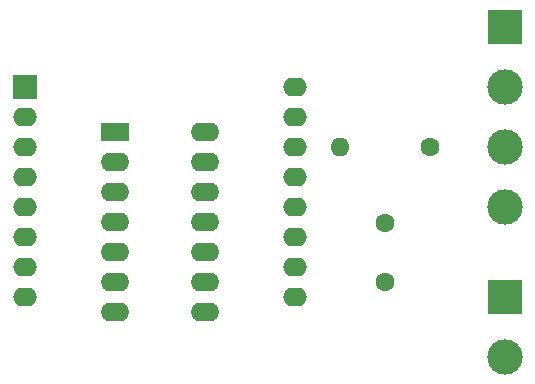
<source format=gbr>
%TF.GenerationSoftware,KiCad,Pcbnew,(5.1.9-0-10_14)*%
%TF.CreationDate,2021-06-15T10:39:12+02:00*%
%TF.ProjectId,WLED_Controller,574c4544-5f43-46f6-9e74-726f6c6c6572,rev?*%
%TF.SameCoordinates,Original*%
%TF.FileFunction,Copper,L2,Bot*%
%TF.FilePolarity,Positive*%
%FSLAX46Y46*%
G04 Gerber Fmt 4.6, Leading zero omitted, Abs format (unit mm)*
G04 Created by KiCad (PCBNEW (5.1.9-0-10_14)) date 2021-06-15 10:39:12*
%MOMM*%
%LPD*%
G01*
G04 APERTURE LIST*
%TA.AperFunction,ComponentPad*%
%ADD10O,2.000000X1.600000*%
%TD*%
%TA.AperFunction,ComponentPad*%
%ADD11R,2.000000X2.000000*%
%TD*%
%TA.AperFunction,ComponentPad*%
%ADD12C,3.000000*%
%TD*%
%TA.AperFunction,ComponentPad*%
%ADD13R,3.000000X3.000000*%
%TD*%
%TA.AperFunction,ComponentPad*%
%ADD14C,1.600000*%
%TD*%
%TA.AperFunction,ComponentPad*%
%ADD15O,2.400000X1.600000*%
%TD*%
%TA.AperFunction,ComponentPad*%
%ADD16R,2.400000X1.600000*%
%TD*%
%TA.AperFunction,ComponentPad*%
%ADD17O,1.600000X1.600000*%
%TD*%
G04 APERTURE END LIST*
D10*
%TO.P,U1,16*%
%TO.N,/TX*%
X114300000Y-68580000D03*
%TO.P,U1,15*%
%TO.N,/RX*%
X114300000Y-71120000D03*
%TO.P,U1,14*%
%TO.N,Net-(U1-Pad14)*%
X114300000Y-73660000D03*
%TO.P,U1,13*%
%TO.N,Net-(U1-Pad13)*%
X114300000Y-76200000D03*
%TO.P,U1,12*%
%TO.N,Net-(U1-Pad12)*%
X114300000Y-78740000D03*
%TO.P,U1,11*%
%TO.N,Net-(U1-Pad11)*%
X114300000Y-81280000D03*
%TO.P,U1,10*%
%TO.N,GND*%
X114300000Y-83820000D03*
%TO.P,U1,9*%
%TO.N,+5V*%
X114300000Y-86360000D03*
%TO.P,U1,8*%
%TO.N,Net-(U1-Pad8)*%
X91440000Y-86360000D03*
%TO.P,U1,7*%
%TO.N,Net-(U1-Pad7)*%
X91440000Y-83820000D03*
%TO.P,U1,6*%
%TO.N,Net-(U1-Pad6)*%
X91440000Y-81280000D03*
%TO.P,U1,5*%
%TO.N,Net-(U1-Pad5)*%
X91440000Y-78740000D03*
%TO.P,U1,4*%
%TO.N,Net-(U1-Pad4)*%
X91440000Y-76200000D03*
%TO.P,U1,3*%
%TO.N,Net-(U1-Pad3)*%
X91440000Y-73660000D03*
D11*
%TO.P,U1,1*%
%TO.N,/RST*%
X91440000Y-68580000D03*
D10*
%TO.P,U1,2*%
%TO.N,Net-(U1-Pad2)*%
X91440000Y-71120000D03*
%TD*%
D12*
%TO.P,J1,4*%
%TO.N,+5V*%
X132080000Y-78740000D03*
D13*
%TO.P,J1,1*%
%TO.N,GND*%
X132080000Y-63500000D03*
D12*
%TO.P,J1,3*%
%TO.N,Net-(J1-Pad3)*%
X132080000Y-73660000D03*
%TO.P,J1,2*%
%TO.N,Net-(J1-Pad2)*%
X132080000Y-68580000D03*
%TD*%
%TO.P,J2,2*%
%TO.N,+5V*%
X132080000Y-91440000D03*
D13*
%TO.P,J2,1*%
%TO.N,GND*%
X132080000Y-86360000D03*
%TD*%
D14*
%TO.P,C1,2*%
%TO.N,GND*%
X121920000Y-80090000D03*
%TO.P,C1,1*%
%TO.N,+5V*%
X121920000Y-85090000D03*
%TD*%
D15*
%TO.P,U2,14*%
%TO.N,+5V*%
X106680000Y-72390000D03*
%TO.P,U2,7*%
%TO.N,GND*%
X99060000Y-87630000D03*
%TO.P,U2,13*%
X106680000Y-74930000D03*
%TO.P,U2,6*%
%TO.N,Net-(U2-Pad6)*%
X99060000Y-85090000D03*
%TO.P,U2,12*%
%TO.N,Net-(U1-Pad12)*%
X106680000Y-77470000D03*
%TO.P,U2,5*%
%TO.N,Net-(U2-Pad5)*%
X99060000Y-82550000D03*
%TO.P,U2,11*%
%TO.N,Net-(J1-Pad2)*%
X106680000Y-80010000D03*
%TO.P,U2,4*%
%TO.N,GND*%
X99060000Y-80010000D03*
%TO.P,U2,10*%
X106680000Y-82550000D03*
%TO.P,U2,3*%
%TO.N,Net-(U2-Pad3)*%
X99060000Y-77470000D03*
%TO.P,U2,9*%
%TO.N,Net-(U1-Pad11)*%
X106680000Y-85090000D03*
%TO.P,U2,2*%
%TO.N,Net-(U2-Pad2)*%
X99060000Y-74930000D03*
%TO.P,U2,8*%
%TO.N,Net-(R1-Pad2)*%
X106680000Y-87630000D03*
D16*
%TO.P,U2,1*%
%TO.N,GND*%
X99060000Y-72390000D03*
%TD*%
D17*
%TO.P,R1,2*%
%TO.N,Net-(R1-Pad2)*%
X118110000Y-73660000D03*
D14*
%TO.P,R1,1*%
%TO.N,Net-(J1-Pad3)*%
X125730000Y-73660000D03*
%TD*%
M02*

</source>
